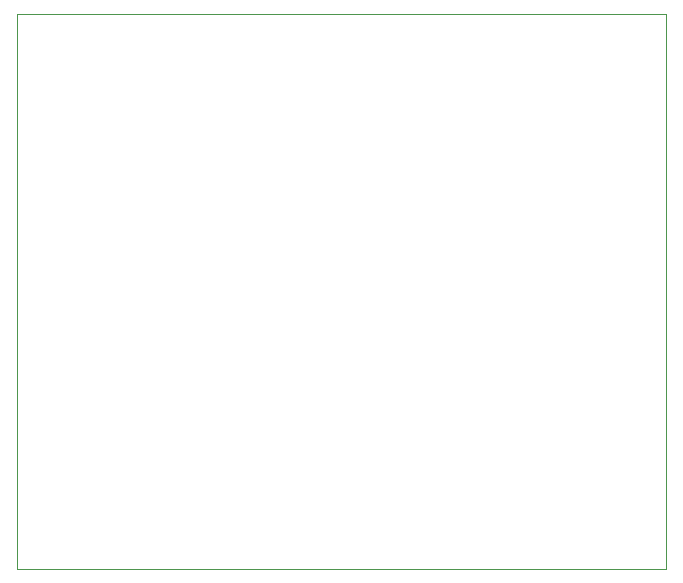
<source format=gbr>
%TF.GenerationSoftware,KiCad,Pcbnew,8.0.8*%
%TF.CreationDate,2025-04-04T16:16:19-04:00*%
%TF.ProjectId,ESP32,45535033-322e-46b6-9963-61645f706362,rev?*%
%TF.SameCoordinates,Original*%
%TF.FileFunction,Profile,NP*%
%FSLAX46Y46*%
G04 Gerber Fmt 4.6, Leading zero omitted, Abs format (unit mm)*
G04 Created by KiCad (PCBNEW 8.0.8) date 2025-04-04 16:16:19*
%MOMM*%
%LPD*%
G01*
G04 APERTURE LIST*
%TA.AperFunction,Profile*%
%ADD10C,0.050000*%
%TD*%
G04 APERTURE END LIST*
D10*
X120000000Y-70000000D02*
X175000000Y-70000000D01*
X175000000Y-117000000D01*
X120000000Y-117000000D01*
X120000000Y-70000000D01*
M02*

</source>
